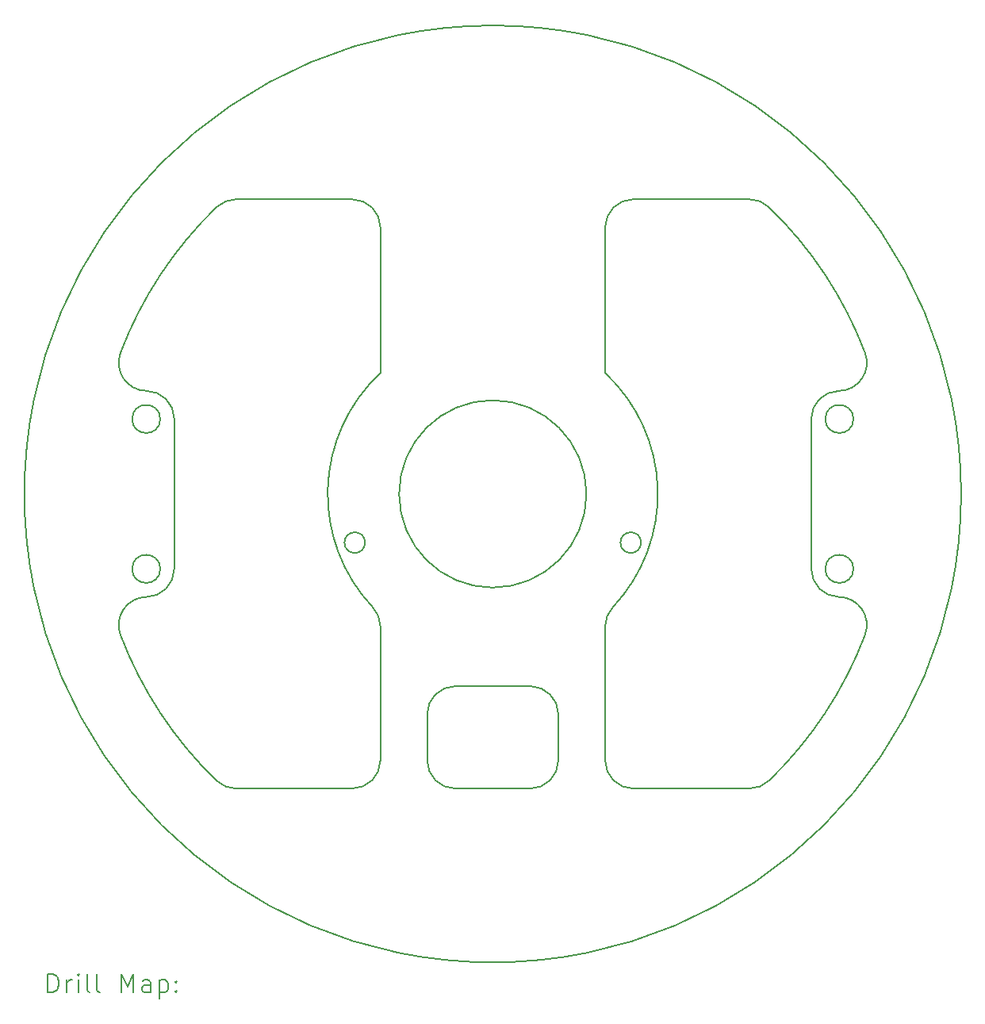
<source format=gbr>
%TF.GenerationSoftware,KiCad,Pcbnew,7.0.9*%
%TF.CreationDate,2024-06-22T15:13:28+09:00*%
%TF.ProjectId,Sensor,53656e73-6f72-42e6-9b69-6361645f7063,rev?*%
%TF.SameCoordinates,Original*%
%TF.FileFunction,Drillmap*%
%TF.FilePolarity,Positive*%
%FSLAX45Y45*%
G04 Gerber Fmt 4.5, Leading zero omitted, Abs format (unit mm)*
G04 Created by KiCad (PCBNEW 7.0.9) date 2024-06-22 15:13:28*
%MOMM*%
%LPD*%
G01*
G04 APERTURE LIST*
%ADD10C,0.200000*%
G04 APERTURE END LIST*
D10*
X14540200Y-11732380D02*
X14540200Y-11239780D01*
X14540200Y-11732380D02*
G75*
G03*
X14840200Y-12032380I300000J0D01*
G01*
X19214314Y-7381088D02*
G75*
G03*
X18188473Y-5826304I-3974114J-1506292D01*
G01*
X15940200Y-11239780D02*
G75*
G03*
X15640200Y-10939780I-300000J0D01*
G01*
X16740200Y-12032380D02*
X17980360Y-12032380D01*
X16521976Y-10096520D02*
G75*
G03*
X16440200Y-10302378I218224J-205860D01*
G01*
X14040200Y-7597045D02*
X14040200Y-6042380D01*
X16740200Y-5742380D02*
G75*
G03*
X16440200Y-6042380I0J-300000D01*
G01*
X14040201Y-10302378D02*
G75*
G03*
X13958425Y-10096520I-300001J-2D01*
G01*
X14040200Y-6042380D02*
G75*
G03*
X13740200Y-5742380I-300000J0D01*
G01*
X13740200Y-5742380D02*
X12500040Y-5742380D01*
X13740200Y-12032380D02*
G75*
G03*
X14040200Y-11732380I0J300000D01*
G01*
X16440200Y-11732380D02*
G75*
G03*
X16740200Y-12032380I300000J0D01*
G01*
X17980360Y-12032380D02*
G75*
G03*
X18188473Y-11948456I0J300000D01*
G01*
X18640200Y-9687380D02*
X18640200Y-8087380D01*
X18936994Y-7787390D02*
G75*
G03*
X19214314Y-7381088I-3204J299980D01*
G01*
X11266079Y-7381085D02*
G75*
G03*
X11543406Y-7787397I280531J-106325D01*
G01*
X18936994Y-7787397D02*
G75*
G03*
X18640200Y-8087380I3206J-299983D01*
G01*
X11543406Y-9987361D02*
G75*
G03*
X11266086Y-10393672I3214J-299989D01*
G01*
X19090200Y-9687380D02*
G75*
G03*
X19090200Y-9687380I-150000J0D01*
G01*
X18640200Y-9687380D02*
G75*
G03*
X18936994Y-9987363I300000J0D01*
G01*
X11690200Y-9687380D02*
G75*
G03*
X11690200Y-9687380I-150000J0D01*
G01*
X16440200Y-10302378D02*
X16440200Y-11732380D01*
X12291927Y-5826304D02*
G75*
G03*
X11266086Y-7381088I2948273J-3061076D01*
G01*
X19214321Y-10393675D02*
G75*
G03*
X18936994Y-9987363I-280531J106325D01*
G01*
X14840200Y-10939780D02*
X15640200Y-10939780D01*
X16823200Y-9407380D02*
G75*
G03*
X16823200Y-9407380I-110000J0D01*
G01*
X16521975Y-10096520D02*
G75*
G03*
X16440200Y-7597045I-1281775J1209140D01*
G01*
X15640200Y-12032380D02*
X14840200Y-12032380D01*
X12291927Y-11948456D02*
G75*
G03*
X12500040Y-12032380I208113J216076D01*
G01*
X11690200Y-8087380D02*
G75*
G03*
X11690200Y-8087380I-150000J0D01*
G01*
X11840200Y-8087380D02*
X11840200Y-9687380D01*
X17980360Y-5742380D02*
X16740200Y-5742380D01*
X11840200Y-8087380D02*
G75*
G03*
X11543406Y-7787397I-300000J0D01*
G01*
X16240200Y-8887380D02*
G75*
G03*
X16240200Y-8887380I-1000000J0D01*
G01*
X14040200Y-11732380D02*
X14040200Y-10302378D01*
X12500040Y-5742380D02*
G75*
G03*
X12291927Y-5826304I0J-300000D01*
G01*
X15640200Y-12032380D02*
G75*
G03*
X15940200Y-11732380I0J300000D01*
G01*
X19090200Y-8087380D02*
G75*
G03*
X19090200Y-8087380I-150000J0D01*
G01*
X15940200Y-11239780D02*
X15940200Y-11732380D01*
X18188473Y-5826304D02*
G75*
G03*
X17980360Y-5742380I-208113J-216076D01*
G01*
X11266086Y-10393672D02*
G75*
G03*
X12291927Y-11948456I3974114J1506292D01*
G01*
X14840200Y-10939780D02*
G75*
G03*
X14540200Y-11239780I0J-300000D01*
G01*
X13877200Y-9407380D02*
G75*
G03*
X13877200Y-9407380I-110000J0D01*
G01*
X12500040Y-12032380D02*
X13740200Y-12032380D01*
X14040200Y-7597045D02*
G75*
G03*
X13958425Y-10096520I1200000J-1290335D01*
G01*
X18188473Y-11948456D02*
G75*
G03*
X19214314Y-10393672I-2948273J3061076D01*
G01*
X16440200Y-6042380D02*
X16440200Y-7597045D01*
X20240200Y-8887380D02*
G75*
G03*
X20240200Y-8887380I-5000000J0D01*
G01*
X11543406Y-9987363D02*
G75*
G03*
X11840200Y-9687380I-3206J299983D01*
G01*
X10490977Y-14208864D02*
X10490977Y-14008864D01*
X10490977Y-14008864D02*
X10538596Y-14008864D01*
X10538596Y-14008864D02*
X10567167Y-14018388D01*
X10567167Y-14018388D02*
X10586215Y-14037435D01*
X10586215Y-14037435D02*
X10595739Y-14056483D01*
X10595739Y-14056483D02*
X10605263Y-14094578D01*
X10605263Y-14094578D02*
X10605263Y-14123149D01*
X10605263Y-14123149D02*
X10595739Y-14161245D01*
X10595739Y-14161245D02*
X10586215Y-14180292D01*
X10586215Y-14180292D02*
X10567167Y-14199340D01*
X10567167Y-14199340D02*
X10538596Y-14208864D01*
X10538596Y-14208864D02*
X10490977Y-14208864D01*
X10690977Y-14208864D02*
X10690977Y-14075530D01*
X10690977Y-14113626D02*
X10700501Y-14094578D01*
X10700501Y-14094578D02*
X10710024Y-14085054D01*
X10710024Y-14085054D02*
X10729072Y-14075530D01*
X10729072Y-14075530D02*
X10748120Y-14075530D01*
X10814786Y-14208864D02*
X10814786Y-14075530D01*
X10814786Y-14008864D02*
X10805263Y-14018388D01*
X10805263Y-14018388D02*
X10814786Y-14027911D01*
X10814786Y-14027911D02*
X10824310Y-14018388D01*
X10824310Y-14018388D02*
X10814786Y-14008864D01*
X10814786Y-14008864D02*
X10814786Y-14027911D01*
X10938596Y-14208864D02*
X10919548Y-14199340D01*
X10919548Y-14199340D02*
X10910024Y-14180292D01*
X10910024Y-14180292D02*
X10910024Y-14008864D01*
X11043358Y-14208864D02*
X11024310Y-14199340D01*
X11024310Y-14199340D02*
X11014786Y-14180292D01*
X11014786Y-14180292D02*
X11014786Y-14008864D01*
X11271929Y-14208864D02*
X11271929Y-14008864D01*
X11271929Y-14008864D02*
X11338596Y-14151721D01*
X11338596Y-14151721D02*
X11405262Y-14008864D01*
X11405262Y-14008864D02*
X11405262Y-14208864D01*
X11586215Y-14208864D02*
X11586215Y-14104102D01*
X11586215Y-14104102D02*
X11576691Y-14085054D01*
X11576691Y-14085054D02*
X11557643Y-14075530D01*
X11557643Y-14075530D02*
X11519548Y-14075530D01*
X11519548Y-14075530D02*
X11500501Y-14085054D01*
X11586215Y-14199340D02*
X11567167Y-14208864D01*
X11567167Y-14208864D02*
X11519548Y-14208864D01*
X11519548Y-14208864D02*
X11500501Y-14199340D01*
X11500501Y-14199340D02*
X11490977Y-14180292D01*
X11490977Y-14180292D02*
X11490977Y-14161245D01*
X11490977Y-14161245D02*
X11500501Y-14142197D01*
X11500501Y-14142197D02*
X11519548Y-14132673D01*
X11519548Y-14132673D02*
X11567167Y-14132673D01*
X11567167Y-14132673D02*
X11586215Y-14123149D01*
X11681453Y-14075530D02*
X11681453Y-14275530D01*
X11681453Y-14085054D02*
X11700501Y-14075530D01*
X11700501Y-14075530D02*
X11738596Y-14075530D01*
X11738596Y-14075530D02*
X11757643Y-14085054D01*
X11757643Y-14085054D02*
X11767167Y-14094578D01*
X11767167Y-14094578D02*
X11776691Y-14113626D01*
X11776691Y-14113626D02*
X11776691Y-14170768D01*
X11776691Y-14170768D02*
X11767167Y-14189816D01*
X11767167Y-14189816D02*
X11757643Y-14199340D01*
X11757643Y-14199340D02*
X11738596Y-14208864D01*
X11738596Y-14208864D02*
X11700501Y-14208864D01*
X11700501Y-14208864D02*
X11681453Y-14199340D01*
X11862405Y-14189816D02*
X11871929Y-14199340D01*
X11871929Y-14199340D02*
X11862405Y-14208864D01*
X11862405Y-14208864D02*
X11852882Y-14199340D01*
X11852882Y-14199340D02*
X11862405Y-14189816D01*
X11862405Y-14189816D02*
X11862405Y-14208864D01*
X11862405Y-14085054D02*
X11871929Y-14094578D01*
X11871929Y-14094578D02*
X11862405Y-14104102D01*
X11862405Y-14104102D02*
X11852882Y-14094578D01*
X11852882Y-14094578D02*
X11862405Y-14085054D01*
X11862405Y-14085054D02*
X11862405Y-14104102D01*
M02*

</source>
